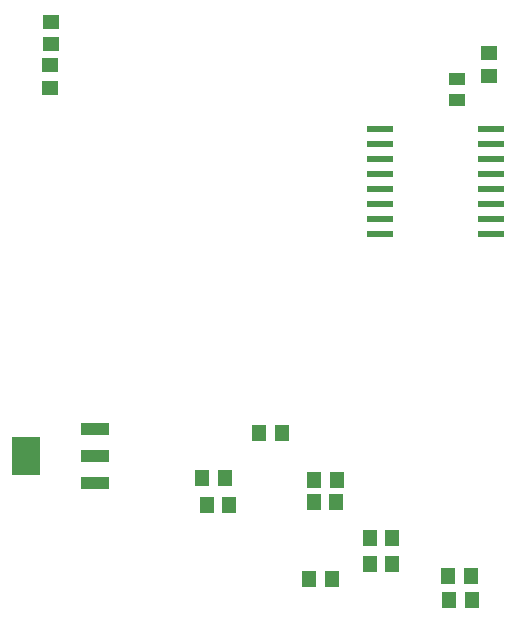
<source format=gbp>
G04*
G04 #@! TF.GenerationSoftware,Altium Limited,Altium Designer,22.1.2 (22)*
G04*
G04 Layer_Color=128*
%FSTAX24Y24*%
%MOIN*%
G70*
G04*
G04 #@! TF.SameCoordinates,360A1761-899D-4A34-B866-C5D0D12458BF*
G04*
G04*
G04 #@! TF.FilePolarity,Positive*
G04*
G01*
G75*
%ADD29R,0.0551X0.0472*%
%ADD30R,0.0472X0.0551*%
%ADD65R,0.0866X0.0236*%
%ADD66R,0.0945X0.1299*%
%ADD67R,0.0945X0.0394*%
G04:AMPARAMS|DCode=68|XSize=43.3mil|YSize=55.1mil|CornerRadius=2.2mil|HoleSize=0mil|Usage=FLASHONLY|Rotation=90.000|XOffset=0mil|YOffset=0mil|HoleType=Round|Shape=RoundedRectangle|*
%AMROUNDEDRECTD68*
21,1,0.0433,0.0508,0,0,90.0*
21,1,0.0390,0.0551,0,0,90.0*
1,1,0.0043,0.0254,0.0195*
1,1,0.0043,0.0254,-0.0195*
1,1,0.0043,-0.0254,-0.0195*
1,1,0.0043,-0.0254,0.0195*
%
%ADD68ROUNDEDRECTD68*%
D29*
X012651Y028322D02*
D03*
Y027574D02*
D03*
X012676Y029028D02*
D03*
Y029776D02*
D03*
X027276Y027978D02*
D03*
Y028726D02*
D03*
D30*
X017724Y01455D02*
D03*
X018472D02*
D03*
X025924Y011299D02*
D03*
X026672D02*
D03*
X017874Y013649D02*
D03*
X018622D02*
D03*
X021447Y0145D02*
D03*
X022195D02*
D03*
X022176Y013751D02*
D03*
X021428D02*
D03*
X026698Y0105D02*
D03*
X02595D02*
D03*
X022026Y011201D02*
D03*
X021278D02*
D03*
X0233Y01255D02*
D03*
X024048D02*
D03*
X0233Y0117D02*
D03*
X024048D02*
D03*
X020372Y016076D02*
D03*
X019624D02*
D03*
D65*
X02735Y0262D02*
D03*
Y0257D02*
D03*
Y0252D02*
D03*
Y0247D02*
D03*
Y0242D02*
D03*
Y0237D02*
D03*
Y0232D02*
D03*
Y0227D02*
D03*
X02365Y0262D02*
D03*
Y0257D02*
D03*
Y0252D02*
D03*
Y0247D02*
D03*
Y0242D02*
D03*
Y0237D02*
D03*
Y0232D02*
D03*
Y0227D02*
D03*
D66*
X011858Y0153D02*
D03*
D67*
X014142Y014394D02*
D03*
Y0153D02*
D03*
Y016206D02*
D03*
D68*
X0262Y027161D02*
D03*
Y02785D02*
D03*
M02*

</source>
